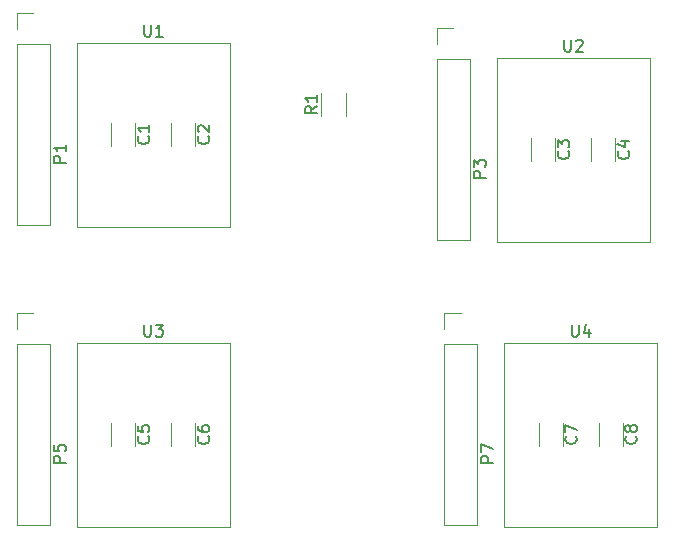
<source format=gbr>
G04 #@! TF.FileFunction,Legend,Top*
%FSLAX46Y46*%
G04 Gerber Fmt 4.6, Leading zero omitted, Abs format (unit mm)*
G04 Created by KiCad (PCBNEW 4.0.7) date 08/25/18 10:55:44*
%MOMM*%
%LPD*%
G01*
G04 APERTURE LIST*
%ADD10C,0.100000*%
%ADD11C,0.120000*%
%ADD12C,0.150000*%
G04 APERTURE END LIST*
D10*
D11*
X149355000Y-102940000D02*
X149355000Y-108040000D01*
X149355000Y-108040000D02*
X146555000Y-108040000D01*
X146555000Y-108040000D02*
X146555000Y-102940000D01*
X146565000Y-92710000D02*
X146565000Y-102990000D01*
X149345000Y-102990000D02*
X149345000Y-92710000D01*
X149345000Y-92710000D02*
X146565000Y-92710000D01*
X146565000Y-91440000D02*
X146565000Y-90050000D01*
X146565000Y-90050000D02*
X147955000Y-90050000D01*
X113160000Y-102940000D02*
X113160000Y-108040000D01*
X113160000Y-108040000D02*
X110360000Y-108040000D01*
X110360000Y-108040000D02*
X110360000Y-102940000D01*
X110370000Y-92710000D02*
X110370000Y-102990000D01*
X113150000Y-102990000D02*
X113150000Y-92710000D01*
X113150000Y-92710000D02*
X110370000Y-92710000D01*
X110370000Y-91440000D02*
X110370000Y-90050000D01*
X110370000Y-90050000D02*
X111760000Y-90050000D01*
X148720000Y-78810000D02*
X148720000Y-83910000D01*
X148720000Y-83910000D02*
X145920000Y-83910000D01*
X145920000Y-83910000D02*
X145920000Y-78810000D01*
X145930000Y-68580000D02*
X145930000Y-78860000D01*
X148710000Y-78860000D02*
X148710000Y-68580000D01*
X148710000Y-68580000D02*
X145930000Y-68580000D01*
X145930000Y-67310000D02*
X145930000Y-65920000D01*
X145930000Y-65920000D02*
X147320000Y-65920000D01*
X113160000Y-77540000D02*
X113160000Y-82640000D01*
X113160000Y-82640000D02*
X110360000Y-82640000D01*
X110360000Y-82640000D02*
X110360000Y-77540000D01*
X110370000Y-67310000D02*
X110370000Y-77590000D01*
X113150000Y-77590000D02*
X113150000Y-67310000D01*
X113150000Y-67310000D02*
X110370000Y-67310000D01*
X110370000Y-66040000D02*
X110370000Y-64650000D01*
X110370000Y-64650000D02*
X111760000Y-64650000D01*
X120400000Y-75930000D02*
X120400000Y-73930000D01*
X118360000Y-73930000D02*
X118360000Y-75930000D01*
X125480000Y-75930000D02*
X125480000Y-73930000D01*
X123440000Y-73930000D02*
X123440000Y-75930000D01*
X155960000Y-77200000D02*
X155960000Y-75200000D01*
X153920000Y-75200000D02*
X153920000Y-77200000D01*
X161040000Y-77200000D02*
X161040000Y-75200000D01*
X159000000Y-75200000D02*
X159000000Y-77200000D01*
X115443000Y-82677000D02*
X115443000Y-82804000D01*
X115443000Y-82804000D02*
X128397000Y-82804000D01*
X115443000Y-82677000D02*
X115443000Y-67183000D01*
X128397000Y-82804000D02*
X128397000Y-67183000D01*
X120920000Y-67190000D02*
X118280000Y-67190000D01*
X125560000Y-67190000D02*
X122920000Y-67190000D01*
X128390000Y-67190000D02*
X115450000Y-67190000D01*
X151003000Y-83947000D02*
X151003000Y-84074000D01*
X151003000Y-84074000D02*
X163957000Y-84074000D01*
X151003000Y-83947000D02*
X151003000Y-68453000D01*
X163957000Y-84074000D02*
X163957000Y-68453000D01*
X156480000Y-68460000D02*
X153840000Y-68460000D01*
X161120000Y-68460000D02*
X158480000Y-68460000D01*
X163950000Y-68460000D02*
X151010000Y-68460000D01*
X138230000Y-71390000D02*
X138230000Y-73390000D01*
X136090000Y-73390000D02*
X136090000Y-71390000D01*
X120400000Y-101330000D02*
X120400000Y-99330000D01*
X118360000Y-99330000D02*
X118360000Y-101330000D01*
X125480000Y-101330000D02*
X125480000Y-99330000D01*
X123440000Y-99330000D02*
X123440000Y-101330000D01*
X115443000Y-108077000D02*
X115443000Y-108204000D01*
X115443000Y-108204000D02*
X128397000Y-108204000D01*
X115443000Y-108077000D02*
X115443000Y-92583000D01*
X128397000Y-108204000D02*
X128397000Y-92583000D01*
X120920000Y-92590000D02*
X118280000Y-92590000D01*
X125560000Y-92590000D02*
X122920000Y-92590000D01*
X128390000Y-92590000D02*
X115450000Y-92590000D01*
X156595000Y-101330000D02*
X156595000Y-99330000D01*
X154555000Y-99330000D02*
X154555000Y-101330000D01*
X161675000Y-101330000D02*
X161675000Y-99330000D01*
X159635000Y-99330000D02*
X159635000Y-101330000D01*
X151638000Y-108077000D02*
X151638000Y-108204000D01*
X151638000Y-108204000D02*
X164592000Y-108204000D01*
X151638000Y-108077000D02*
X151638000Y-92583000D01*
X164592000Y-108204000D02*
X164592000Y-92583000D01*
X157115000Y-92590000D02*
X154475000Y-92590000D01*
X161755000Y-92590000D02*
X159115000Y-92590000D01*
X164585000Y-92590000D02*
X151645000Y-92590000D01*
D12*
X150693381Y-102719095D02*
X149693381Y-102719095D01*
X149693381Y-102338142D01*
X149741000Y-102242904D01*
X149788619Y-102195285D01*
X149883857Y-102147666D01*
X150026714Y-102147666D01*
X150121952Y-102195285D01*
X150169571Y-102242904D01*
X150217190Y-102338142D01*
X150217190Y-102719095D01*
X149693381Y-101814333D02*
X149693381Y-101147666D01*
X150693381Y-101576238D01*
X114498381Y-102719095D02*
X113498381Y-102719095D01*
X113498381Y-102338142D01*
X113546000Y-102242904D01*
X113593619Y-102195285D01*
X113688857Y-102147666D01*
X113831714Y-102147666D01*
X113926952Y-102195285D01*
X113974571Y-102242904D01*
X114022190Y-102338142D01*
X114022190Y-102719095D01*
X113498381Y-101242904D02*
X113498381Y-101719095D01*
X113974571Y-101766714D01*
X113926952Y-101719095D01*
X113879333Y-101623857D01*
X113879333Y-101385761D01*
X113926952Y-101290523D01*
X113974571Y-101242904D01*
X114069810Y-101195285D01*
X114307905Y-101195285D01*
X114403143Y-101242904D01*
X114450762Y-101290523D01*
X114498381Y-101385761D01*
X114498381Y-101623857D01*
X114450762Y-101719095D01*
X114403143Y-101766714D01*
X150058381Y-78589095D02*
X149058381Y-78589095D01*
X149058381Y-78208142D01*
X149106000Y-78112904D01*
X149153619Y-78065285D01*
X149248857Y-78017666D01*
X149391714Y-78017666D01*
X149486952Y-78065285D01*
X149534571Y-78112904D01*
X149582190Y-78208142D01*
X149582190Y-78589095D01*
X149058381Y-77684333D02*
X149058381Y-77065285D01*
X149439333Y-77398619D01*
X149439333Y-77255761D01*
X149486952Y-77160523D01*
X149534571Y-77112904D01*
X149629810Y-77065285D01*
X149867905Y-77065285D01*
X149963143Y-77112904D01*
X150010762Y-77160523D01*
X150058381Y-77255761D01*
X150058381Y-77541476D01*
X150010762Y-77636714D01*
X149963143Y-77684333D01*
X114498381Y-77319095D02*
X113498381Y-77319095D01*
X113498381Y-76938142D01*
X113546000Y-76842904D01*
X113593619Y-76795285D01*
X113688857Y-76747666D01*
X113831714Y-76747666D01*
X113926952Y-76795285D01*
X113974571Y-76842904D01*
X114022190Y-76938142D01*
X114022190Y-77319095D01*
X114498381Y-75795285D02*
X114498381Y-76366714D01*
X114498381Y-76081000D02*
X113498381Y-76081000D01*
X113641238Y-76176238D01*
X113736476Y-76271476D01*
X113784095Y-76366714D01*
X121487143Y-75096666D02*
X121534762Y-75144285D01*
X121582381Y-75287142D01*
X121582381Y-75382380D01*
X121534762Y-75525238D01*
X121439524Y-75620476D01*
X121344286Y-75668095D01*
X121153810Y-75715714D01*
X121010952Y-75715714D01*
X120820476Y-75668095D01*
X120725238Y-75620476D01*
X120630000Y-75525238D01*
X120582381Y-75382380D01*
X120582381Y-75287142D01*
X120630000Y-75144285D01*
X120677619Y-75096666D01*
X121582381Y-74144285D02*
X121582381Y-74715714D01*
X121582381Y-74430000D02*
X120582381Y-74430000D01*
X120725238Y-74525238D01*
X120820476Y-74620476D01*
X120868095Y-74715714D01*
X126567143Y-75096666D02*
X126614762Y-75144285D01*
X126662381Y-75287142D01*
X126662381Y-75382380D01*
X126614762Y-75525238D01*
X126519524Y-75620476D01*
X126424286Y-75668095D01*
X126233810Y-75715714D01*
X126090952Y-75715714D01*
X125900476Y-75668095D01*
X125805238Y-75620476D01*
X125710000Y-75525238D01*
X125662381Y-75382380D01*
X125662381Y-75287142D01*
X125710000Y-75144285D01*
X125757619Y-75096666D01*
X125757619Y-74715714D02*
X125710000Y-74668095D01*
X125662381Y-74572857D01*
X125662381Y-74334761D01*
X125710000Y-74239523D01*
X125757619Y-74191904D01*
X125852857Y-74144285D01*
X125948095Y-74144285D01*
X126090952Y-74191904D01*
X126662381Y-74763333D01*
X126662381Y-74144285D01*
X157047143Y-76366666D02*
X157094762Y-76414285D01*
X157142381Y-76557142D01*
X157142381Y-76652380D01*
X157094762Y-76795238D01*
X156999524Y-76890476D01*
X156904286Y-76938095D01*
X156713810Y-76985714D01*
X156570952Y-76985714D01*
X156380476Y-76938095D01*
X156285238Y-76890476D01*
X156190000Y-76795238D01*
X156142381Y-76652380D01*
X156142381Y-76557142D01*
X156190000Y-76414285D01*
X156237619Y-76366666D01*
X156142381Y-76033333D02*
X156142381Y-75414285D01*
X156523333Y-75747619D01*
X156523333Y-75604761D01*
X156570952Y-75509523D01*
X156618571Y-75461904D01*
X156713810Y-75414285D01*
X156951905Y-75414285D01*
X157047143Y-75461904D01*
X157094762Y-75509523D01*
X157142381Y-75604761D01*
X157142381Y-75890476D01*
X157094762Y-75985714D01*
X157047143Y-76033333D01*
X162127143Y-76366666D02*
X162174762Y-76414285D01*
X162222381Y-76557142D01*
X162222381Y-76652380D01*
X162174762Y-76795238D01*
X162079524Y-76890476D01*
X161984286Y-76938095D01*
X161793810Y-76985714D01*
X161650952Y-76985714D01*
X161460476Y-76938095D01*
X161365238Y-76890476D01*
X161270000Y-76795238D01*
X161222381Y-76652380D01*
X161222381Y-76557142D01*
X161270000Y-76414285D01*
X161317619Y-76366666D01*
X161555714Y-75509523D02*
X162222381Y-75509523D01*
X161174762Y-75747619D02*
X161889048Y-75985714D01*
X161889048Y-75366666D01*
X121158095Y-65642381D02*
X121158095Y-66451905D01*
X121205714Y-66547143D01*
X121253333Y-66594762D01*
X121348571Y-66642381D01*
X121539048Y-66642381D01*
X121634286Y-66594762D01*
X121681905Y-66547143D01*
X121729524Y-66451905D01*
X121729524Y-65642381D01*
X122729524Y-66642381D02*
X122158095Y-66642381D01*
X122443809Y-66642381D02*
X122443809Y-65642381D01*
X122348571Y-65785238D01*
X122253333Y-65880476D01*
X122158095Y-65928095D01*
X156718095Y-66912381D02*
X156718095Y-67721905D01*
X156765714Y-67817143D01*
X156813333Y-67864762D01*
X156908571Y-67912381D01*
X157099048Y-67912381D01*
X157194286Y-67864762D01*
X157241905Y-67817143D01*
X157289524Y-67721905D01*
X157289524Y-66912381D01*
X157718095Y-67007619D02*
X157765714Y-66960000D01*
X157860952Y-66912381D01*
X158099048Y-66912381D01*
X158194286Y-66960000D01*
X158241905Y-67007619D01*
X158289524Y-67102857D01*
X158289524Y-67198095D01*
X158241905Y-67340952D01*
X157670476Y-67912381D01*
X158289524Y-67912381D01*
X135762381Y-72556666D02*
X135286190Y-72890000D01*
X135762381Y-73128095D02*
X134762381Y-73128095D01*
X134762381Y-72747142D01*
X134810000Y-72651904D01*
X134857619Y-72604285D01*
X134952857Y-72556666D01*
X135095714Y-72556666D01*
X135190952Y-72604285D01*
X135238571Y-72651904D01*
X135286190Y-72747142D01*
X135286190Y-73128095D01*
X135762381Y-71604285D02*
X135762381Y-72175714D01*
X135762381Y-71890000D02*
X134762381Y-71890000D01*
X134905238Y-71985238D01*
X135000476Y-72080476D01*
X135048095Y-72175714D01*
X121487143Y-100496666D02*
X121534762Y-100544285D01*
X121582381Y-100687142D01*
X121582381Y-100782380D01*
X121534762Y-100925238D01*
X121439524Y-101020476D01*
X121344286Y-101068095D01*
X121153810Y-101115714D01*
X121010952Y-101115714D01*
X120820476Y-101068095D01*
X120725238Y-101020476D01*
X120630000Y-100925238D01*
X120582381Y-100782380D01*
X120582381Y-100687142D01*
X120630000Y-100544285D01*
X120677619Y-100496666D01*
X120582381Y-99591904D02*
X120582381Y-100068095D01*
X121058571Y-100115714D01*
X121010952Y-100068095D01*
X120963333Y-99972857D01*
X120963333Y-99734761D01*
X121010952Y-99639523D01*
X121058571Y-99591904D01*
X121153810Y-99544285D01*
X121391905Y-99544285D01*
X121487143Y-99591904D01*
X121534762Y-99639523D01*
X121582381Y-99734761D01*
X121582381Y-99972857D01*
X121534762Y-100068095D01*
X121487143Y-100115714D01*
X126567143Y-100496666D02*
X126614762Y-100544285D01*
X126662381Y-100687142D01*
X126662381Y-100782380D01*
X126614762Y-100925238D01*
X126519524Y-101020476D01*
X126424286Y-101068095D01*
X126233810Y-101115714D01*
X126090952Y-101115714D01*
X125900476Y-101068095D01*
X125805238Y-101020476D01*
X125710000Y-100925238D01*
X125662381Y-100782380D01*
X125662381Y-100687142D01*
X125710000Y-100544285D01*
X125757619Y-100496666D01*
X125662381Y-99639523D02*
X125662381Y-99830000D01*
X125710000Y-99925238D01*
X125757619Y-99972857D01*
X125900476Y-100068095D01*
X126090952Y-100115714D01*
X126471905Y-100115714D01*
X126567143Y-100068095D01*
X126614762Y-100020476D01*
X126662381Y-99925238D01*
X126662381Y-99734761D01*
X126614762Y-99639523D01*
X126567143Y-99591904D01*
X126471905Y-99544285D01*
X126233810Y-99544285D01*
X126138571Y-99591904D01*
X126090952Y-99639523D01*
X126043333Y-99734761D01*
X126043333Y-99925238D01*
X126090952Y-100020476D01*
X126138571Y-100068095D01*
X126233810Y-100115714D01*
X121158095Y-91042381D02*
X121158095Y-91851905D01*
X121205714Y-91947143D01*
X121253333Y-91994762D01*
X121348571Y-92042381D01*
X121539048Y-92042381D01*
X121634286Y-91994762D01*
X121681905Y-91947143D01*
X121729524Y-91851905D01*
X121729524Y-91042381D01*
X122110476Y-91042381D02*
X122729524Y-91042381D01*
X122396190Y-91423333D01*
X122539048Y-91423333D01*
X122634286Y-91470952D01*
X122681905Y-91518571D01*
X122729524Y-91613810D01*
X122729524Y-91851905D01*
X122681905Y-91947143D01*
X122634286Y-91994762D01*
X122539048Y-92042381D01*
X122253333Y-92042381D01*
X122158095Y-91994762D01*
X122110476Y-91947143D01*
X157682143Y-100496666D02*
X157729762Y-100544285D01*
X157777381Y-100687142D01*
X157777381Y-100782380D01*
X157729762Y-100925238D01*
X157634524Y-101020476D01*
X157539286Y-101068095D01*
X157348810Y-101115714D01*
X157205952Y-101115714D01*
X157015476Y-101068095D01*
X156920238Y-101020476D01*
X156825000Y-100925238D01*
X156777381Y-100782380D01*
X156777381Y-100687142D01*
X156825000Y-100544285D01*
X156872619Y-100496666D01*
X156777381Y-100163333D02*
X156777381Y-99496666D01*
X157777381Y-99925238D01*
X162762143Y-100496666D02*
X162809762Y-100544285D01*
X162857381Y-100687142D01*
X162857381Y-100782380D01*
X162809762Y-100925238D01*
X162714524Y-101020476D01*
X162619286Y-101068095D01*
X162428810Y-101115714D01*
X162285952Y-101115714D01*
X162095476Y-101068095D01*
X162000238Y-101020476D01*
X161905000Y-100925238D01*
X161857381Y-100782380D01*
X161857381Y-100687142D01*
X161905000Y-100544285D01*
X161952619Y-100496666D01*
X162285952Y-99925238D02*
X162238333Y-100020476D01*
X162190714Y-100068095D01*
X162095476Y-100115714D01*
X162047857Y-100115714D01*
X161952619Y-100068095D01*
X161905000Y-100020476D01*
X161857381Y-99925238D01*
X161857381Y-99734761D01*
X161905000Y-99639523D01*
X161952619Y-99591904D01*
X162047857Y-99544285D01*
X162095476Y-99544285D01*
X162190714Y-99591904D01*
X162238333Y-99639523D01*
X162285952Y-99734761D01*
X162285952Y-99925238D01*
X162333571Y-100020476D01*
X162381190Y-100068095D01*
X162476429Y-100115714D01*
X162666905Y-100115714D01*
X162762143Y-100068095D01*
X162809762Y-100020476D01*
X162857381Y-99925238D01*
X162857381Y-99734761D01*
X162809762Y-99639523D01*
X162762143Y-99591904D01*
X162666905Y-99544285D01*
X162476429Y-99544285D01*
X162381190Y-99591904D01*
X162333571Y-99639523D01*
X162285952Y-99734761D01*
X157353095Y-91042381D02*
X157353095Y-91851905D01*
X157400714Y-91947143D01*
X157448333Y-91994762D01*
X157543571Y-92042381D01*
X157734048Y-92042381D01*
X157829286Y-91994762D01*
X157876905Y-91947143D01*
X157924524Y-91851905D01*
X157924524Y-91042381D01*
X158829286Y-91375714D02*
X158829286Y-92042381D01*
X158591190Y-90994762D02*
X158353095Y-91709048D01*
X158972143Y-91709048D01*
M02*

</source>
